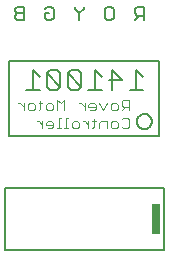
<source format=gbo>
G75*
%MOIN*%
%OFA0B0*%
%FSLAX24Y24*%
%IPPOS*%
%LPD*%
%AMOC8*
5,1,8,0,0,1.08239X$1,22.5*
%
%ADD10C,0.0080*%
%ADD11C,0.0050*%
%ADD12R,0.0250X0.1000*%
%ADD13C,0.0040*%
D10*
X003559Y001026D02*
X008835Y001026D01*
X008835Y003074D01*
X003559Y003074D01*
X003559Y001026D01*
X003697Y004800D02*
X008697Y004800D01*
X008697Y007300D01*
X003697Y007300D01*
X003697Y004800D01*
X004257Y006340D02*
X004704Y006340D01*
X004948Y006452D02*
X005059Y006340D01*
X005283Y006340D01*
X005395Y006452D01*
X004948Y006899D01*
X004948Y006452D01*
X004704Y006787D02*
X004481Y007011D01*
X004481Y006340D01*
X004948Y006899D02*
X005059Y007011D01*
X005283Y007011D01*
X005395Y006899D01*
X005395Y006452D01*
X005638Y006452D02*
X005638Y006899D01*
X006085Y006452D01*
X005974Y006340D01*
X005750Y006340D01*
X005638Y006452D01*
X005638Y006899D02*
X005750Y007011D01*
X005974Y007011D01*
X006085Y006899D01*
X006085Y006452D01*
X006329Y006340D02*
X006776Y006340D01*
X006552Y006340D02*
X006552Y007011D01*
X006776Y006787D01*
X007019Y006675D02*
X007466Y006675D01*
X007131Y007011D01*
X007131Y006340D01*
X007710Y006340D02*
X008157Y006340D01*
X007934Y006340D02*
X007934Y007011D01*
X008157Y006787D01*
X007947Y005300D02*
X007949Y005331D01*
X007955Y005362D01*
X007965Y005392D01*
X007978Y005420D01*
X007995Y005447D01*
X008015Y005471D01*
X008038Y005493D01*
X008063Y005511D01*
X008091Y005526D01*
X008120Y005538D01*
X008150Y005546D01*
X008181Y005550D01*
X008213Y005550D01*
X008244Y005546D01*
X008274Y005538D01*
X008303Y005526D01*
X008331Y005511D01*
X008356Y005493D01*
X008379Y005471D01*
X008399Y005447D01*
X008416Y005420D01*
X008429Y005392D01*
X008439Y005362D01*
X008445Y005331D01*
X008447Y005300D01*
X008445Y005269D01*
X008439Y005238D01*
X008429Y005208D01*
X008416Y005180D01*
X008399Y005153D01*
X008379Y005129D01*
X008356Y005107D01*
X008331Y005089D01*
X008303Y005074D01*
X008274Y005062D01*
X008244Y005054D01*
X008213Y005050D01*
X008181Y005050D01*
X008150Y005054D01*
X008120Y005062D01*
X008091Y005074D01*
X008063Y005089D01*
X008038Y005107D01*
X008015Y005129D01*
X007995Y005153D01*
X007978Y005180D01*
X007965Y005208D01*
X007955Y005238D01*
X007949Y005269D01*
X007947Y005300D01*
D11*
X007872Y008675D02*
X008022Y008825D01*
X007947Y008825D02*
X008172Y008825D01*
X008172Y008675D02*
X008172Y009125D01*
X007947Y009125D01*
X007872Y009050D01*
X007872Y008900D01*
X007947Y008825D01*
X007172Y008750D02*
X007097Y008675D01*
X006947Y008675D01*
X006872Y008750D01*
X006872Y009050D01*
X006947Y009125D01*
X007097Y009125D01*
X007172Y009050D01*
X007172Y008750D01*
X006172Y009050D02*
X006022Y008900D01*
X006022Y008675D01*
X006022Y008900D02*
X005872Y009050D01*
X005872Y009125D01*
X006172Y009125D02*
X006172Y009050D01*
X005172Y009050D02*
X005172Y008750D01*
X005097Y008675D01*
X004947Y008675D01*
X004872Y008750D01*
X004872Y008900D01*
X005022Y008900D01*
X005172Y009050D02*
X005097Y009125D01*
X004947Y009125D01*
X004872Y009050D01*
X004172Y009125D02*
X004172Y008675D01*
X003947Y008675D01*
X003872Y008750D01*
X003872Y008825D01*
X003947Y008900D01*
X004172Y008900D01*
X003947Y008900D02*
X003872Y008975D01*
X003872Y009050D01*
X003947Y009125D01*
X004172Y009125D01*
D12*
X008572Y002050D03*
D13*
X007617Y005070D02*
X007497Y005070D01*
X007437Y005130D01*
X007309Y005130D02*
X007249Y005070D01*
X007129Y005070D01*
X007069Y005130D01*
X007069Y005250D01*
X007129Y005310D01*
X007249Y005310D01*
X007309Y005250D01*
X007309Y005130D01*
X007437Y005370D02*
X007497Y005430D01*
X007617Y005430D01*
X007677Y005370D01*
X007677Y005130D01*
X007617Y005070D01*
X007677Y005670D02*
X007677Y006030D01*
X007497Y006030D01*
X007437Y005970D01*
X007437Y005850D01*
X007497Y005790D01*
X007677Y005790D01*
X007557Y005790D02*
X007437Y005670D01*
X007309Y005730D02*
X007249Y005670D01*
X007129Y005670D01*
X007069Y005730D01*
X007069Y005850D01*
X007129Y005910D01*
X007249Y005910D01*
X007309Y005850D01*
X007309Y005730D01*
X006940Y005910D02*
X006820Y005670D01*
X006700Y005910D01*
X006572Y005850D02*
X006572Y005730D01*
X006512Y005670D01*
X006392Y005670D01*
X006332Y005790D02*
X006572Y005790D01*
X006572Y005850D02*
X006512Y005910D01*
X006392Y005910D01*
X006332Y005850D01*
X006332Y005790D01*
X006204Y005790D02*
X006084Y005910D01*
X006024Y005910D01*
X006204Y005910D02*
X006204Y005670D01*
X006206Y005310D02*
X006146Y005310D01*
X006206Y005310D02*
X006327Y005190D01*
X006327Y005070D02*
X006327Y005310D01*
X006452Y005310D02*
X006572Y005310D01*
X006512Y005370D02*
X006512Y005130D01*
X006452Y005070D01*
X006700Y005070D02*
X006700Y005250D01*
X006760Y005310D01*
X006940Y005310D01*
X006940Y005070D01*
X006020Y005130D02*
X005960Y005070D01*
X005839Y005070D01*
X005779Y005130D01*
X005779Y005250D01*
X005839Y005310D01*
X005960Y005310D01*
X006020Y005250D01*
X006020Y005130D01*
X005651Y005070D02*
X005531Y005070D01*
X005591Y005070D02*
X005591Y005430D01*
X005651Y005430D01*
X005529Y005670D02*
X005529Y006030D01*
X005408Y005910D01*
X005288Y006030D01*
X005288Y005670D01*
X005160Y005730D02*
X005100Y005670D01*
X004980Y005670D01*
X004920Y005730D01*
X004920Y005850D01*
X004980Y005910D01*
X005100Y005910D01*
X005160Y005850D01*
X005160Y005730D01*
X005346Y005430D02*
X005346Y005070D01*
X005406Y005070D02*
X005286Y005070D01*
X005160Y005130D02*
X005160Y005250D01*
X005100Y005310D01*
X004980Y005310D01*
X004920Y005250D01*
X004920Y005190D01*
X005160Y005190D01*
X005160Y005130D02*
X005100Y005070D01*
X004980Y005070D01*
X004792Y005070D02*
X004792Y005310D01*
X004792Y005190D02*
X004672Y005310D01*
X004612Y005310D01*
X004672Y005670D02*
X004732Y005730D01*
X004732Y005970D01*
X004792Y005910D02*
X004672Y005910D01*
X004546Y005850D02*
X004546Y005730D01*
X004486Y005670D01*
X004366Y005670D01*
X004306Y005730D01*
X004306Y005850D01*
X004366Y005910D01*
X004486Y005910D01*
X004546Y005850D01*
X004178Y005790D02*
X004058Y005910D01*
X003998Y005910D01*
X004178Y005910D02*
X004178Y005670D01*
X005346Y005430D02*
X005406Y005430D01*
M02*

</source>
